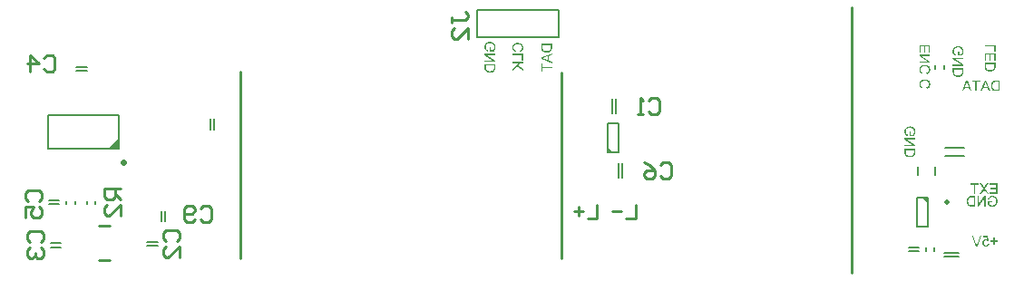
<source format=gbo>
G04 Layer_Color=11599871*
%FSLAX42Y42*%
%MOMM*%
G71*
G01*
G75*
%ADD15C,0.50*%
%ADD37C,0.25*%
%ADD38C,0.20*%
%ADD39C,0.13*%
%ADD65C,0.60*%
G36*
X9500Y2058D02*
X9423D01*
X9500Y2007D01*
Y1994D01*
X9402D01*
Y2006D01*
X9479D01*
X9402Y2057D01*
Y2071D01*
X9500D01*
Y2058D01*
D02*
G37*
G36*
X9457Y2180D02*
X9462Y2179D01*
X9464Y2179D01*
X9466Y2178D01*
X9468Y2178D01*
X9470Y2177D01*
X9472Y2176D01*
X9473Y2176D01*
X9475Y2175D01*
X9476Y2175D01*
X9477Y2175D01*
X9477Y2174D01*
X9478Y2174D01*
X9478D01*
X9482Y2172D01*
X9485Y2169D01*
X9489Y2166D01*
X9491Y2163D01*
X9493Y2160D01*
X9494Y2159D01*
X9495Y2158D01*
X9495Y2157D01*
X9495Y2157D01*
X9495Y2156D01*
X9496Y2156D01*
X9497Y2154D01*
X9498Y2152D01*
X9499Y2147D01*
X9500Y2143D01*
X9501Y2139D01*
X9501Y2137D01*
X9501Y2135D01*
X9502Y2134D01*
Y2132D01*
X9502Y2132D01*
Y2131D01*
Y2130D01*
Y2130D01*
X9502Y2126D01*
X9501Y2122D01*
X9500Y2119D01*
X9500Y2116D01*
X9499Y2114D01*
X9499Y2113D01*
X9499Y2112D01*
X9498Y2111D01*
X9498Y2110D01*
X9498Y2110D01*
X9498Y2110D01*
Y2109D01*
X9496Y2106D01*
X9495Y2102D01*
X9493Y2099D01*
X9491Y2096D01*
X9490Y2094D01*
X9489Y2093D01*
X9488Y2092D01*
X9488Y2091D01*
X9487Y2091D01*
X9487Y2090D01*
X9487Y2090D01*
X9486Y2090D01*
X9450D01*
Y2131D01*
X9462D01*
Y2102D01*
X9480D01*
X9482Y2104D01*
X9483Y2106D01*
X9484Y2108D01*
X9485Y2110D01*
X9486Y2112D01*
X9486Y2113D01*
X9487Y2114D01*
X9487Y2114D01*
X9487Y2114D01*
Y2115D01*
X9488Y2118D01*
X9489Y2121D01*
X9489Y2123D01*
X9490Y2126D01*
X9490Y2128D01*
Y2129D01*
X9490Y2130D01*
Y2130D01*
Y2131D01*
Y2131D01*
Y2131D01*
X9490Y2134D01*
X9489Y2138D01*
X9489Y2141D01*
X9488Y2144D01*
X9487Y2146D01*
X9487Y2147D01*
X9487Y2148D01*
X9486Y2148D01*
X9486Y2149D01*
X9486Y2149D01*
Y2149D01*
X9484Y2152D01*
X9482Y2155D01*
X9480Y2157D01*
X9478Y2159D01*
X9476Y2161D01*
X9474Y2162D01*
X9474Y2162D01*
X9473Y2162D01*
X9473Y2162D01*
X9473D01*
X9469Y2164D01*
X9466Y2165D01*
X9462Y2166D01*
X9459Y2166D01*
X9457Y2166D01*
X9456Y2166D01*
X9454Y2167D01*
X9453D01*
X9452Y2167D01*
X9451D01*
X9447Y2167D01*
X9443Y2166D01*
X9440Y2166D01*
X9437Y2165D01*
X9436Y2165D01*
X9435Y2164D01*
X9434Y2164D01*
X9433Y2164D01*
X9432Y2163D01*
X9432Y2163D01*
X9431Y2163D01*
X9431D01*
X9429Y2162D01*
X9428Y2161D01*
X9426Y2160D01*
X9424Y2159D01*
X9423Y2158D01*
X9422Y2158D01*
X9422Y2157D01*
X9422Y2157D01*
X9420Y2155D01*
X9419Y2154D01*
X9418Y2152D01*
X9416Y2150D01*
X9416Y2149D01*
X9415Y2148D01*
X9415Y2147D01*
X9415Y2146D01*
X9414Y2144D01*
X9413Y2141D01*
X9412Y2139D01*
X9412Y2136D01*
X9412Y2134D01*
Y2133D01*
X9412Y2133D01*
Y2132D01*
Y2132D01*
Y2131D01*
Y2131D01*
X9412Y2128D01*
X9412Y2126D01*
X9413Y2124D01*
X9413Y2122D01*
X9414Y2120D01*
X9414Y2119D01*
X9414Y2118D01*
X9414Y2118D01*
X9415Y2116D01*
X9417Y2114D01*
X9418Y2112D01*
X9419Y2111D01*
X9420Y2110D01*
X9420Y2109D01*
X9421Y2109D01*
X9421Y2108D01*
X9423Y2107D01*
X9425Y2106D01*
X9427Y2105D01*
X9429Y2104D01*
X9430Y2104D01*
X9432Y2103D01*
X9432Y2103D01*
X9433Y2103D01*
X9433Y2103D01*
X9433D01*
X9430Y2091D01*
X9426Y2092D01*
X9423Y2093D01*
X9420Y2095D01*
X9418Y2096D01*
X9416Y2097D01*
X9415Y2098D01*
X9414Y2098D01*
X9414Y2099D01*
X9412Y2101D01*
X9410Y2103D01*
X9408Y2105D01*
X9407Y2107D01*
X9406Y2109D01*
X9405Y2111D01*
X9405Y2111D01*
X9404Y2112D01*
X9404Y2112D01*
Y2112D01*
X9403Y2115D01*
X9402Y2119D01*
X9402Y2122D01*
X9401Y2125D01*
X9401Y2127D01*
Y2129D01*
X9401Y2129D01*
Y2130D01*
Y2131D01*
Y2131D01*
Y2131D01*
Y2134D01*
X9401Y2136D01*
X9402Y2141D01*
X9402Y2144D01*
X9403Y2146D01*
X9403Y2148D01*
X9404Y2150D01*
X9404Y2151D01*
X9405Y2153D01*
X9405Y2154D01*
X9406Y2155D01*
X9406Y2156D01*
X9407Y2156D01*
X9407Y2157D01*
X9407Y2157D01*
X9408Y2159D01*
X9409Y2161D01*
X9412Y2164D01*
X9415Y2167D01*
X9418Y2170D01*
X9421Y2172D01*
X9422Y2172D01*
X9423Y2173D01*
X9424Y2174D01*
X9425Y2174D01*
X9425Y2174D01*
X9425Y2174D01*
X9430Y2176D01*
X9435Y2177D01*
X9439Y2179D01*
X9441Y2179D01*
X9443Y2179D01*
X9445Y2179D01*
X9447Y2180D01*
X9448Y2180D01*
X9449D01*
X9450Y2180D01*
X9452D01*
X9457Y2180D01*
D02*
G37*
G36*
X9500Y1937D02*
X9500Y1934D01*
X9500Y1931D01*
X9499Y1928D01*
X9499Y1926D01*
X9499Y1924D01*
X9499Y1923D01*
X9499Y1922D01*
X9498Y1922D01*
Y1922D01*
Y1921D01*
X9498Y1919D01*
X9497Y1917D01*
X9496Y1915D01*
X9495Y1913D01*
X9495Y1912D01*
X9494Y1911D01*
X9494Y1910D01*
X9494Y1910D01*
X9492Y1908D01*
X9491Y1906D01*
X9489Y1905D01*
X9488Y1904D01*
X9487Y1902D01*
X9486Y1902D01*
X9485Y1901D01*
X9485Y1901D01*
X9482Y1899D01*
X9480Y1898D01*
X9478Y1897D01*
X9475Y1896D01*
X9473Y1895D01*
X9472Y1895D01*
X9471Y1895D01*
X9471Y1894D01*
X9471Y1894D01*
X9471D01*
X9467Y1893D01*
X9464Y1893D01*
X9461Y1892D01*
X9457Y1892D01*
X9455Y1892D01*
X9454D01*
X9453Y1892D01*
X9451D01*
X9446Y1892D01*
X9442Y1892D01*
X9438Y1893D01*
X9436Y1893D01*
X9434Y1894D01*
X9433Y1894D01*
X9431Y1894D01*
X9430Y1895D01*
X9429Y1895D01*
X9429Y1895D01*
X9428Y1895D01*
X9428Y1896D01*
X9428D01*
X9424Y1897D01*
X9421Y1899D01*
X9418Y1901D01*
X9415Y1903D01*
X9413Y1904D01*
X9412Y1906D01*
X9412Y1906D01*
X9411Y1907D01*
X9411Y1907D01*
X9411Y1907D01*
X9409Y1909D01*
X9408Y1912D01*
X9406Y1914D01*
X9405Y1916D01*
X9405Y1918D01*
X9404Y1920D01*
X9404Y1920D01*
Y1921D01*
X9404Y1921D01*
Y1921D01*
X9403Y1924D01*
X9403Y1927D01*
X9403Y1929D01*
X9403Y1932D01*
X9402Y1935D01*
Y1936D01*
Y1937D01*
Y1938D01*
Y1938D01*
Y1939D01*
Y1939D01*
Y1972D01*
X9500D01*
Y1937D01*
D02*
G37*
G36*
X9752Y1760D02*
X9739D01*
X9728Y1790D01*
X9687D01*
X9676Y1760D01*
X9661D01*
X9701Y1858D01*
X9715D01*
X9752Y1760D01*
D02*
G37*
G36*
X9840D02*
X9805D01*
X9802Y1760D01*
X9799Y1760D01*
X9796Y1761D01*
X9794Y1761D01*
X9792Y1761D01*
X9790Y1761D01*
X9790Y1761D01*
X9790Y1762D01*
X9789D01*
X9787Y1762D01*
X9784Y1763D01*
X9782Y1764D01*
X9781Y1765D01*
X9779Y1765D01*
X9778Y1766D01*
X9778Y1766D01*
X9778Y1766D01*
X9776Y1768D01*
X9774Y1769D01*
X9773Y1771D01*
X9771Y1772D01*
X9770Y1773D01*
X9769Y1774D01*
X9769Y1775D01*
X9769Y1775D01*
X9767Y1778D01*
X9766Y1780D01*
X9765Y1782D01*
X9764Y1785D01*
X9763Y1787D01*
X9762Y1788D01*
X9762Y1789D01*
X9762Y1789D01*
X9762Y1789D01*
Y1789D01*
X9761Y1793D01*
X9760Y1796D01*
X9760Y1799D01*
X9760Y1803D01*
X9760Y1805D01*
Y1806D01*
X9759Y1807D01*
Y1808D01*
Y1809D01*
Y1809D01*
Y1809D01*
X9760Y1814D01*
X9760Y1818D01*
X9761Y1822D01*
X9761Y1824D01*
X9761Y1826D01*
X9762Y1827D01*
X9762Y1829D01*
X9762Y1830D01*
X9763Y1831D01*
X9763Y1831D01*
X9763Y1832D01*
X9763Y1832D01*
Y1832D01*
X9765Y1836D01*
X9767Y1839D01*
X9769Y1842D01*
X9771Y1845D01*
X9772Y1847D01*
X9774Y1848D01*
X9774Y1848D01*
X9775Y1849D01*
X9775Y1849D01*
X9775Y1849D01*
X9777Y1851D01*
X9780Y1852D01*
X9782Y1854D01*
X9784Y1855D01*
X9786Y1855D01*
X9788Y1856D01*
X9788Y1856D01*
X9789D01*
X9789Y1856D01*
X9789D01*
X9792Y1857D01*
X9794Y1857D01*
X9797Y1857D01*
X9800Y1857D01*
X9803Y1858D01*
X9840D01*
Y1760D01*
D02*
G37*
G36*
X9190Y2117D02*
X9178D01*
Y2177D01*
X9145D01*
Y2123D01*
X9134D01*
Y2177D01*
X9104D01*
Y2119D01*
X9092D01*
Y2190D01*
X9190D01*
Y2117D01*
D02*
G37*
G36*
X5130Y1977D02*
X5130Y1974D01*
X5130Y1971D01*
X5129Y1968D01*
X5129Y1966D01*
X5129Y1964D01*
X5129Y1963D01*
X5129Y1962D01*
X5128Y1962D01*
Y1962D01*
Y1961D01*
X5128Y1959D01*
X5127Y1957D01*
X5126Y1955D01*
X5125Y1953D01*
X5125Y1952D01*
X5124Y1951D01*
X5124Y1950D01*
X5124Y1950D01*
X5122Y1948D01*
X5121Y1946D01*
X5119Y1945D01*
X5118Y1944D01*
X5117Y1942D01*
X5116Y1942D01*
X5115Y1941D01*
X5115Y1941D01*
X5112Y1939D01*
X5110Y1938D01*
X5108Y1937D01*
X5105Y1936D01*
X5103Y1935D01*
X5102Y1935D01*
X5101Y1935D01*
X5101Y1934D01*
X5101Y1934D01*
X5101D01*
X5097Y1933D01*
X5094Y1933D01*
X5091Y1932D01*
X5087Y1932D01*
X5085Y1932D01*
X5084D01*
X5083Y1932D01*
X5081D01*
X5076Y1932D01*
X5072Y1932D01*
X5068Y1933D01*
X5066Y1933D01*
X5064Y1934D01*
X5063Y1934D01*
X5061Y1934D01*
X5060Y1935D01*
X5059Y1935D01*
X5059Y1935D01*
X5058Y1935D01*
X5058Y1936D01*
X5058D01*
X5054Y1937D01*
X5051Y1939D01*
X5048Y1941D01*
X5045Y1943D01*
X5043Y1944D01*
X5042Y1946D01*
X5042Y1946D01*
X5041Y1947D01*
X5041Y1947D01*
X5041Y1947D01*
X5039Y1949D01*
X5038Y1952D01*
X5036Y1954D01*
X5035Y1956D01*
X5035Y1958D01*
X5034Y1960D01*
X5034Y1960D01*
Y1961D01*
X5034Y1961D01*
Y1961D01*
X5033Y1964D01*
X5033Y1967D01*
X5033Y1969D01*
X5033Y1972D01*
X5032Y1975D01*
Y1976D01*
Y1977D01*
Y1978D01*
Y1978D01*
Y1979D01*
Y1979D01*
Y2012D01*
X5130D01*
Y1977D01*
D02*
G37*
G36*
X9190Y2087D02*
X9113D01*
X9190Y2036D01*
Y2023D01*
X9092D01*
Y2035D01*
X9169D01*
X9092Y2086D01*
Y2099D01*
X9190D01*
Y2087D01*
D02*
G37*
G36*
X9146Y1868D02*
X9151Y1867D01*
X9155Y1867D01*
X9157Y1866D01*
X9159Y1866D01*
X9161Y1865D01*
X9162Y1865D01*
X9163Y1864D01*
X9165Y1864D01*
X9165Y1864D01*
X9166Y1864D01*
X9167Y1863D01*
X9167D01*
X9171Y1861D01*
X9175Y1859D01*
X9178Y1856D01*
X9179Y1855D01*
X9181Y1854D01*
X9182Y1853D01*
X9183Y1852D01*
X9184Y1851D01*
X9184Y1850D01*
X9185Y1849D01*
X9185Y1849D01*
X9185Y1848D01*
X9185Y1848D01*
X9186Y1846D01*
X9187Y1844D01*
X9189Y1840D01*
X9190Y1836D01*
X9191Y1832D01*
X9191Y1830D01*
X9191Y1828D01*
X9192Y1826D01*
Y1825D01*
X9192Y1824D01*
Y1823D01*
Y1823D01*
Y1822D01*
X9192Y1820D01*
X9191Y1817D01*
X9191Y1814D01*
X9190Y1812D01*
X9190Y1810D01*
X9189Y1808D01*
X9188Y1806D01*
X9187Y1804D01*
X9187Y1802D01*
X9186Y1801D01*
X9185Y1800D01*
X9185Y1799D01*
X9184Y1798D01*
X9184Y1797D01*
X9184Y1797D01*
X9183Y1797D01*
X9182Y1795D01*
X9180Y1793D01*
X9178Y1791D01*
X9176Y1790D01*
X9172Y1787D01*
X9168Y1785D01*
X9166Y1785D01*
X9165Y1784D01*
X9163Y1783D01*
X9162Y1783D01*
X9161Y1782D01*
X9160Y1782D01*
X9159Y1782D01*
X9159D01*
X9156Y1795D01*
X9158Y1796D01*
X9160Y1796D01*
X9162Y1797D01*
X9164Y1798D01*
X9166Y1799D01*
X9167Y1799D01*
X9169Y1800D01*
X9170Y1801D01*
X9171Y1802D01*
X9172Y1803D01*
X9173Y1803D01*
X9173Y1804D01*
X9174Y1805D01*
X9174Y1805D01*
X9174Y1805D01*
X9174Y1805D01*
X9176Y1807D01*
X9176Y1808D01*
X9178Y1811D01*
X9179Y1814D01*
X9180Y1817D01*
X9180Y1820D01*
X9181Y1821D01*
Y1822D01*
X9181Y1823D01*
Y1823D01*
Y1823D01*
Y1824D01*
X9181Y1827D01*
X9180Y1830D01*
X9179Y1833D01*
X9178Y1835D01*
X9178Y1837D01*
X9177Y1838D01*
X9177Y1839D01*
X9177Y1839D01*
X9176Y1840D01*
X9176Y1840D01*
Y1840D01*
X9174Y1843D01*
X9172Y1845D01*
X9170Y1847D01*
X9167Y1849D01*
X9165Y1850D01*
X9164Y1851D01*
X9163Y1851D01*
X9163Y1851D01*
X9162Y1852D01*
X9162D01*
X9159Y1853D01*
X9155Y1854D01*
X9151Y1854D01*
X9148Y1855D01*
X9146Y1855D01*
X9145Y1855D01*
X9144D01*
X9143Y1855D01*
X9141D01*
X9137Y1855D01*
X9133Y1855D01*
X9130Y1854D01*
X9128Y1854D01*
X9125Y1853D01*
X9124Y1853D01*
X9123Y1853D01*
X9123Y1852D01*
X9122Y1852D01*
X9122Y1852D01*
X9122D01*
X9119Y1851D01*
X9116Y1849D01*
X9113Y1847D01*
X9111Y1846D01*
X9109Y1844D01*
X9108Y1843D01*
X9108Y1842D01*
X9107Y1842D01*
Y1842D01*
X9105Y1839D01*
X9104Y1835D01*
X9103Y1832D01*
X9102Y1829D01*
X9102Y1827D01*
X9102Y1825D01*
Y1824D01*
X9102Y1824D01*
Y1823D01*
Y1823D01*
Y1823D01*
X9102Y1819D01*
X9102Y1816D01*
X9103Y1813D01*
X9104Y1811D01*
X9105Y1809D01*
X9106Y1808D01*
X9106Y1807D01*
X9107Y1806D01*
X9109Y1804D01*
X9111Y1802D01*
X9114Y1800D01*
X9116Y1799D01*
X9119Y1798D01*
X9120Y1797D01*
X9121Y1797D01*
X9121Y1797D01*
X9122Y1797D01*
X9122Y1796D01*
X9122D01*
X9119Y1784D01*
X9117Y1785D01*
X9114Y1785D01*
X9112Y1787D01*
X9110Y1788D01*
X9108Y1789D01*
X9107Y1790D01*
X9105Y1791D01*
X9104Y1792D01*
X9102Y1793D01*
X9101Y1794D01*
X9100Y1795D01*
X9100Y1796D01*
X9099Y1797D01*
X9099Y1797D01*
X9098Y1798D01*
X9098Y1798D01*
X9097Y1800D01*
X9096Y1802D01*
X9095Y1804D01*
X9094Y1806D01*
X9093Y1810D01*
X9092Y1814D01*
X9091Y1816D01*
X9091Y1817D01*
X9091Y1819D01*
X9091Y1820D01*
X9091Y1821D01*
Y1822D01*
Y1822D01*
Y1822D01*
X9091Y1827D01*
X9092Y1832D01*
X9093Y1835D01*
X9093Y1837D01*
X9094Y1839D01*
X9094Y1841D01*
X9095Y1842D01*
X9095Y1843D01*
X9096Y1844D01*
X9096Y1845D01*
X9096Y1845D01*
X9097Y1846D01*
X9097Y1846D01*
X9099Y1850D01*
X9102Y1853D01*
X9105Y1856D01*
X9108Y1858D01*
X9110Y1860D01*
X9111Y1861D01*
X9112Y1861D01*
X9113Y1862D01*
X9113Y1862D01*
X9114Y1862D01*
X9114Y1863D01*
X9118Y1865D01*
X9123Y1866D01*
X9127Y1867D01*
X9131Y1868D01*
X9133Y1868D01*
X9135Y1868D01*
X9137Y1868D01*
X9138D01*
X9139Y1868D01*
X9141D01*
X9146Y1868D01*
D02*
G37*
G36*
Y2004D02*
X9151Y2004D01*
X9155Y2003D01*
X9157Y2003D01*
X9159Y2002D01*
X9161Y2002D01*
X9162Y2001D01*
X9163Y2001D01*
X9165Y2000D01*
X9165Y2000D01*
X9166Y2000D01*
X9167Y2000D01*
X9167D01*
X9171Y1997D01*
X9175Y1995D01*
X9178Y1993D01*
X9179Y1991D01*
X9181Y1990D01*
X9182Y1989D01*
X9183Y1988D01*
X9184Y1987D01*
X9184Y1986D01*
X9185Y1985D01*
X9185Y1985D01*
X9185Y1985D01*
X9185Y1984D01*
X9186Y1982D01*
X9187Y1981D01*
X9189Y1976D01*
X9190Y1972D01*
X9191Y1968D01*
X9191Y1966D01*
X9191Y1964D01*
X9192Y1963D01*
Y1961D01*
X9192Y1960D01*
Y1960D01*
Y1959D01*
Y1959D01*
X9192Y1956D01*
X9191Y1953D01*
X9191Y1951D01*
X9190Y1948D01*
X9190Y1946D01*
X9189Y1944D01*
X9188Y1942D01*
X9187Y1940D01*
X9187Y1939D01*
X9186Y1937D01*
X9185Y1936D01*
X9185Y1935D01*
X9184Y1934D01*
X9184Y1933D01*
X9184Y1933D01*
X9183Y1933D01*
X9182Y1931D01*
X9180Y1929D01*
X9178Y1928D01*
X9176Y1926D01*
X9172Y1924D01*
X9168Y1922D01*
X9166Y1921D01*
X9165Y1920D01*
X9163Y1920D01*
X9162Y1919D01*
X9161Y1919D01*
X9160Y1918D01*
X9159Y1918D01*
X9159D01*
X9156Y1931D01*
X9158Y1932D01*
X9160Y1933D01*
X9162Y1933D01*
X9164Y1934D01*
X9166Y1935D01*
X9167Y1936D01*
X9169Y1937D01*
X9170Y1938D01*
X9171Y1938D01*
X9172Y1939D01*
X9173Y1940D01*
X9173Y1940D01*
X9174Y1941D01*
X9174Y1941D01*
X9174Y1941D01*
X9174Y1942D01*
X9176Y1943D01*
X9176Y1945D01*
X9178Y1948D01*
X9179Y1951D01*
X9180Y1954D01*
X9180Y1956D01*
X9181Y1957D01*
Y1958D01*
X9181Y1959D01*
Y1960D01*
Y1960D01*
Y1960D01*
X9181Y1963D01*
X9180Y1966D01*
X9179Y1969D01*
X9178Y1972D01*
X9178Y1974D01*
X9177Y1974D01*
X9177Y1975D01*
X9177Y1976D01*
X9176Y1976D01*
X9176Y1976D01*
Y1977D01*
X9174Y1979D01*
X9172Y1982D01*
X9170Y1983D01*
X9167Y1985D01*
X9165Y1986D01*
X9164Y1987D01*
X9163Y1987D01*
X9163Y1988D01*
X9162Y1988D01*
X9162D01*
X9159Y1989D01*
X9155Y1990D01*
X9151Y1991D01*
X9148Y1991D01*
X9146Y1991D01*
X9145Y1991D01*
X9144D01*
X9143Y1991D01*
X9141D01*
X9137Y1991D01*
X9133Y1991D01*
X9130Y1990D01*
X9128Y1990D01*
X9125Y1989D01*
X9124Y1989D01*
X9123Y1989D01*
X9123Y1989D01*
X9122Y1989D01*
X9122Y1988D01*
X9122D01*
X9119Y1987D01*
X9116Y1985D01*
X9113Y1984D01*
X9111Y1982D01*
X9109Y1980D01*
X9108Y1979D01*
X9108Y1978D01*
X9107Y1978D01*
Y1978D01*
X9105Y1975D01*
X9104Y1972D01*
X9103Y1969D01*
X9102Y1966D01*
X9102Y1963D01*
X9102Y1962D01*
Y1961D01*
X9102Y1960D01*
Y1960D01*
Y1959D01*
Y1959D01*
X9102Y1955D01*
X9102Y1952D01*
X9103Y1950D01*
X9104Y1947D01*
X9105Y1945D01*
X9106Y1944D01*
X9106Y1943D01*
X9107Y1943D01*
X9109Y1940D01*
X9111Y1938D01*
X9114Y1937D01*
X9116Y1935D01*
X9119Y1934D01*
X9120Y1934D01*
X9121Y1933D01*
X9121Y1933D01*
X9122Y1933D01*
X9122Y1933D01*
X9122D01*
X9119Y1920D01*
X9117Y1921D01*
X9114Y1922D01*
X9112Y1923D01*
X9110Y1924D01*
X9108Y1925D01*
X9107Y1926D01*
X9105Y1927D01*
X9104Y1929D01*
X9102Y1930D01*
X9101Y1931D01*
X9100Y1932D01*
X9100Y1932D01*
X9099Y1933D01*
X9099Y1934D01*
X9098Y1934D01*
X9098Y1934D01*
X9097Y1936D01*
X9096Y1938D01*
X9095Y1940D01*
X9094Y1942D01*
X9093Y1946D01*
X9092Y1950D01*
X9091Y1952D01*
X9091Y1953D01*
X9091Y1955D01*
X9091Y1956D01*
X9091Y1957D01*
Y1958D01*
Y1959D01*
Y1959D01*
X9091Y1963D01*
X9092Y1968D01*
X9093Y1972D01*
X9093Y1974D01*
X9094Y1975D01*
X9094Y1977D01*
X9095Y1978D01*
X9095Y1979D01*
X9096Y1981D01*
X9096Y1981D01*
X9096Y1982D01*
X9097Y1982D01*
X9097Y1982D01*
X9099Y1986D01*
X9102Y1989D01*
X9105Y1992D01*
X9108Y1995D01*
X9110Y1996D01*
X9111Y1997D01*
X9112Y1998D01*
X9113Y1998D01*
X9113Y1999D01*
X9114Y1999D01*
X9114Y1999D01*
X9118Y2001D01*
X9123Y2002D01*
X9127Y2003D01*
X9131Y2004D01*
X9133Y2004D01*
X9135Y2004D01*
X9137Y2004D01*
X9138D01*
X9139Y2005D01*
X9141D01*
X9146Y2004D01*
D02*
G37*
G36*
X9658Y1846D02*
X9626D01*
Y1760D01*
X9613D01*
Y1846D01*
X9581D01*
Y1858D01*
X9658D01*
Y1846D01*
D02*
G37*
G36*
X9050Y1187D02*
X9050Y1184D01*
X9050Y1181D01*
X9049Y1178D01*
X9049Y1176D01*
X9049Y1174D01*
X9049Y1173D01*
X9049Y1172D01*
X9048Y1172D01*
Y1172D01*
Y1171D01*
X9048Y1169D01*
X9047Y1167D01*
X9046Y1165D01*
X9045Y1163D01*
X9045Y1162D01*
X9044Y1161D01*
X9044Y1160D01*
X9044Y1160D01*
X9042Y1158D01*
X9041Y1156D01*
X9039Y1155D01*
X9038Y1154D01*
X9037Y1152D01*
X9036Y1152D01*
X9035Y1151D01*
X9035Y1151D01*
X9032Y1149D01*
X9030Y1148D01*
X9028Y1147D01*
X9025Y1146D01*
X9023Y1145D01*
X9022Y1145D01*
X9021Y1145D01*
X9021Y1144D01*
X9021Y1144D01*
X9021D01*
X9017Y1143D01*
X9014Y1143D01*
X9011Y1142D01*
X9007Y1142D01*
X9005Y1142D01*
X9004D01*
X9003Y1142D01*
X9001D01*
X8996Y1142D01*
X8992Y1142D01*
X8988Y1143D01*
X8986Y1143D01*
X8984Y1144D01*
X8983Y1144D01*
X8981Y1144D01*
X8980Y1145D01*
X8979Y1145D01*
X8979Y1145D01*
X8978Y1145D01*
X8978Y1146D01*
X8978D01*
X8974Y1147D01*
X8971Y1149D01*
X8968Y1151D01*
X8965Y1153D01*
X8963Y1154D01*
X8962Y1156D01*
X8962Y1156D01*
X8961Y1157D01*
X8961Y1157D01*
X8961Y1157D01*
X8959Y1159D01*
X8958Y1162D01*
X8956Y1164D01*
X8955Y1166D01*
X8955Y1168D01*
X8954Y1170D01*
X8954Y1170D01*
Y1171D01*
X8954Y1171D01*
Y1171D01*
X8953Y1174D01*
X8953Y1177D01*
X8953Y1179D01*
X8953Y1182D01*
X8952Y1185D01*
Y1186D01*
Y1187D01*
Y1188D01*
Y1188D01*
Y1189D01*
Y1189D01*
Y1222D01*
X9050D01*
Y1187D01*
D02*
G37*
G36*
Y1308D02*
X8973D01*
X9050Y1257D01*
Y1244D01*
X8952D01*
Y1256D01*
X9029D01*
X8952Y1307D01*
Y1321D01*
X9050D01*
Y1308D01*
D02*
G37*
G36*
X9800Y2129D02*
X9788D01*
Y2177D01*
X9702D01*
Y2190D01*
X9800D01*
Y2129D01*
D02*
G37*
G36*
Y1988D02*
X9800Y1984D01*
X9800Y1981D01*
X9799Y1979D01*
X9799Y1976D01*
X9799Y1974D01*
X9799Y1973D01*
X9799Y1973D01*
X9798Y1972D01*
Y1972D01*
Y1972D01*
X9798Y1969D01*
X9797Y1967D01*
X9796Y1965D01*
X9795Y1963D01*
X9795Y1962D01*
X9794Y1961D01*
X9794Y1961D01*
X9794Y1960D01*
X9792Y1958D01*
X9791Y1957D01*
X9789Y1955D01*
X9788Y1954D01*
X9787Y1953D01*
X9786Y1952D01*
X9785Y1951D01*
X9785Y1951D01*
X9782Y1950D01*
X9780Y1949D01*
X9778Y1947D01*
X9775Y1947D01*
X9773Y1946D01*
X9772Y1945D01*
X9771Y1945D01*
X9771Y1945D01*
X9771Y1945D01*
X9771D01*
X9767Y1944D01*
X9764Y1943D01*
X9761Y1943D01*
X9757Y1942D01*
X9755Y1942D01*
X9754D01*
X9753Y1942D01*
X9751D01*
X9746Y1942D01*
X9742Y1943D01*
X9738Y1943D01*
X9736Y1944D01*
X9734Y1944D01*
X9733Y1944D01*
X9731Y1945D01*
X9730Y1945D01*
X9729Y1945D01*
X9729Y1946D01*
X9728Y1946D01*
X9728Y1946D01*
X9728D01*
X9724Y1948D01*
X9721Y1949D01*
X9718Y1951D01*
X9715Y1953D01*
X9713Y1955D01*
X9712Y1956D01*
X9712Y1957D01*
X9711Y1957D01*
X9711Y1957D01*
X9711Y1958D01*
X9709Y1960D01*
X9708Y1962D01*
X9706Y1965D01*
X9705Y1967D01*
X9705Y1969D01*
X9704Y1970D01*
X9704Y1971D01*
Y1971D01*
X9704Y1972D01*
Y1972D01*
X9703Y1974D01*
X9703Y1977D01*
X9703Y1980D01*
X9703Y1983D01*
X9702Y1985D01*
Y1986D01*
Y1987D01*
Y1988D01*
Y1989D01*
Y1989D01*
Y1989D01*
Y2023D01*
X9800D01*
Y1988D01*
D02*
G37*
G36*
Y2041D02*
X9788D01*
Y2100D01*
X9755D01*
Y2046D01*
X9744D01*
Y2100D01*
X9714D01*
Y2043D01*
X9702D01*
Y2113D01*
X9800D01*
Y2041D01*
D02*
G37*
G36*
X9740Y356D02*
X9729Y355D01*
X9728Y356D01*
X9727Y357D01*
X9725Y359D01*
X9724Y360D01*
X9723Y360D01*
X9722Y361D01*
X9722Y361D01*
X9722Y361D01*
X9720Y362D01*
X9718Y363D01*
X9716Y363D01*
X9715Y364D01*
X9713Y364D01*
X9712Y364D01*
X9709D01*
X9708Y364D01*
X9705Y363D01*
X9702Y362D01*
X9700Y361D01*
X9698Y360D01*
X9697Y359D01*
X9696Y358D01*
X9696Y358D01*
Y358D01*
X9694Y356D01*
X9693Y353D01*
X9692Y350D01*
X9691Y348D01*
X9690Y346D01*
X9690Y345D01*
Y344D01*
X9690Y343D01*
Y342D01*
Y342D01*
Y342D01*
Y340D01*
X9690Y338D01*
X9691Y335D01*
X9692Y332D01*
X9693Y329D01*
X9694Y327D01*
X9695Y326D01*
X9696Y325D01*
X9696Y325D01*
X9696Y325D01*
X9696Y325D01*
X9697Y324D01*
X9698Y323D01*
X9701Y321D01*
X9703Y320D01*
X9706Y319D01*
X9708Y318D01*
X9709Y318D01*
X9710Y318D01*
X9711D01*
X9714Y318D01*
X9716Y319D01*
X9718Y320D01*
X9720Y320D01*
X9721Y321D01*
X9722Y322D01*
X9723Y323D01*
X9723Y323D01*
X9725Y325D01*
X9726Y327D01*
X9728Y329D01*
X9728Y331D01*
X9729Y333D01*
X9729Y335D01*
X9729Y336D01*
X9730Y336D01*
Y336D01*
Y337D01*
X9742Y336D01*
X9742Y333D01*
X9741Y331D01*
X9740Y327D01*
X9739Y324D01*
X9738Y322D01*
X9737Y321D01*
X9736Y320D01*
X9735Y319D01*
X9735Y318D01*
X9734Y317D01*
X9733Y316D01*
X9733Y316D01*
X9733Y316D01*
X9733Y316D01*
X9731Y314D01*
X9729Y313D01*
X9728Y312D01*
X9726Y311D01*
X9722Y310D01*
X9719Y309D01*
X9717Y309D01*
X9716Y309D01*
X9714Y309D01*
X9713Y308D01*
X9712Y308D01*
X9711D01*
X9708Y308D01*
X9705Y309D01*
X9702Y309D01*
X9700Y310D01*
X9698Y311D01*
X9696Y312D01*
X9694Y313D01*
X9692Y314D01*
X9690Y315D01*
X9689Y316D01*
X9688Y317D01*
X9687Y318D01*
X9686Y319D01*
X9686Y320D01*
X9685Y320D01*
X9685Y320D01*
X9684Y322D01*
X9683Y324D01*
X9682Y326D01*
X9681Y328D01*
X9679Y332D01*
X9678Y335D01*
X9678Y337D01*
X9678Y338D01*
X9678Y340D01*
X9678Y341D01*
X9677Y342D01*
Y342D01*
Y343D01*
Y343D01*
X9678Y346D01*
X9678Y348D01*
X9678Y350D01*
X9679Y352D01*
X9680Y354D01*
X9680Y356D01*
X9681Y358D01*
X9682Y360D01*
X9683Y361D01*
X9684Y362D01*
X9684Y363D01*
X9685Y364D01*
X9686Y365D01*
X9686Y365D01*
X9686Y366D01*
X9686Y366D01*
X9688Y367D01*
X9690Y369D01*
X9692Y370D01*
X9693Y371D01*
X9695Y372D01*
X9697Y373D01*
X9700Y374D01*
X9702Y374D01*
X9703Y374D01*
X9705Y374D01*
X9706Y375D01*
X9707Y375D01*
X9710D01*
X9711Y374D01*
X9715Y374D01*
X9718Y373D01*
X9721Y372D01*
X9723Y370D01*
X9724Y370D01*
X9725Y369D01*
X9726Y369D01*
X9726Y369D01*
X9726Y369D01*
X9726Y369D01*
X9721Y395D01*
X9682D01*
Y406D01*
X9731D01*
X9740Y356D01*
D02*
G37*
G36*
X9578Y1760D02*
X9564D01*
X9554Y1790D01*
X9513D01*
X9502Y1760D01*
X9487D01*
X9527Y1858D01*
X9541D01*
X9578Y1760D01*
D02*
G37*
G36*
X9793Y364D02*
X9820D01*
Y353D01*
X9793D01*
Y326D01*
X9782D01*
Y353D01*
X9756D01*
Y364D01*
X9782D01*
Y390D01*
X9793D01*
Y364D01*
D02*
G37*
G36*
X9007Y1430D02*
X9012Y1429D01*
X9014Y1429D01*
X9016Y1428D01*
X9018Y1428D01*
X9020Y1427D01*
X9022Y1426D01*
X9023Y1426D01*
X9025Y1425D01*
X9026Y1425D01*
X9027Y1425D01*
X9027Y1424D01*
X9028Y1424D01*
X9028D01*
X9032Y1422D01*
X9035Y1419D01*
X9039Y1416D01*
X9041Y1413D01*
X9043Y1410D01*
X9044Y1409D01*
X9045Y1408D01*
X9045Y1407D01*
X9045Y1407D01*
X9045Y1406D01*
X9046Y1406D01*
X9047Y1404D01*
X9048Y1402D01*
X9049Y1397D01*
X9050Y1393D01*
X9051Y1389D01*
X9051Y1387D01*
X9051Y1385D01*
X9052Y1384D01*
Y1382D01*
X9052Y1382D01*
Y1381D01*
Y1380D01*
Y1380D01*
X9052Y1376D01*
X9051Y1372D01*
X9050Y1369D01*
X9050Y1366D01*
X9049Y1364D01*
X9049Y1363D01*
X9049Y1362D01*
X9048Y1361D01*
X9048Y1360D01*
X9048Y1360D01*
X9048Y1360D01*
Y1359D01*
X9046Y1356D01*
X9045Y1352D01*
X9043Y1349D01*
X9041Y1346D01*
X9040Y1344D01*
X9039Y1343D01*
X9038Y1342D01*
X9038Y1341D01*
X9037Y1341D01*
X9037Y1340D01*
X9037Y1340D01*
X9036Y1340D01*
X9000D01*
Y1381D01*
X9012D01*
Y1352D01*
X9030D01*
X9032Y1354D01*
X9033Y1356D01*
X9034Y1358D01*
X9035Y1360D01*
X9036Y1362D01*
X9036Y1363D01*
X9037Y1364D01*
X9037Y1364D01*
X9037Y1364D01*
Y1365D01*
X9038Y1368D01*
X9039Y1371D01*
X9039Y1373D01*
X9040Y1376D01*
X9040Y1378D01*
Y1379D01*
X9040Y1380D01*
Y1380D01*
Y1381D01*
Y1381D01*
Y1381D01*
X9040Y1384D01*
X9039Y1388D01*
X9039Y1391D01*
X9038Y1394D01*
X9037Y1396D01*
X9037Y1397D01*
X9037Y1398D01*
X9036Y1398D01*
X9036Y1399D01*
X9036Y1399D01*
Y1399D01*
X9034Y1402D01*
X9032Y1405D01*
X9030Y1407D01*
X9028Y1409D01*
X9026Y1411D01*
X9024Y1412D01*
X9024Y1412D01*
X9023Y1412D01*
X9023Y1412D01*
X9023D01*
X9019Y1414D01*
X9016Y1415D01*
X9012Y1416D01*
X9009Y1416D01*
X9007Y1416D01*
X9006Y1416D01*
X9004Y1417D01*
X9003D01*
X9002Y1417D01*
X9001D01*
X8997Y1417D01*
X8993Y1416D01*
X8990Y1416D01*
X8987Y1415D01*
X8986Y1415D01*
X8985Y1414D01*
X8984Y1414D01*
X8983Y1414D01*
X8982Y1413D01*
X8982Y1413D01*
X8981Y1413D01*
X8981D01*
X8979Y1412D01*
X8978Y1411D01*
X8976Y1410D01*
X8974Y1409D01*
X8973Y1408D01*
X8972Y1408D01*
X8972Y1407D01*
X8972Y1407D01*
X8970Y1405D01*
X8969Y1404D01*
X8968Y1402D01*
X8966Y1400D01*
X8966Y1399D01*
X8965Y1398D01*
X8965Y1397D01*
X8965Y1396D01*
X8964Y1394D01*
X8963Y1391D01*
X8962Y1389D01*
X8962Y1386D01*
X8962Y1384D01*
Y1383D01*
X8962Y1383D01*
Y1382D01*
Y1382D01*
Y1381D01*
Y1381D01*
X8962Y1378D01*
X8962Y1376D01*
X8963Y1374D01*
X8963Y1372D01*
X8964Y1370D01*
X8964Y1369D01*
X8964Y1368D01*
X8964Y1368D01*
X8965Y1366D01*
X8967Y1364D01*
X8968Y1362D01*
X8969Y1361D01*
X8970Y1360D01*
X8970Y1359D01*
X8971Y1359D01*
X8971Y1358D01*
X8973Y1357D01*
X8975Y1356D01*
X8977Y1355D01*
X8979Y1354D01*
X8980Y1354D01*
X8982Y1353D01*
X8982Y1353D01*
X8983Y1353D01*
X8983Y1353D01*
X8983D01*
X8980Y1341D01*
X8976Y1342D01*
X8973Y1343D01*
X8970Y1345D01*
X8968Y1346D01*
X8966Y1347D01*
X8965Y1348D01*
X8964Y1348D01*
X8964Y1349D01*
X8962Y1351D01*
X8960Y1353D01*
X8958Y1355D01*
X8957Y1357D01*
X8956Y1359D01*
X8955Y1361D01*
X8955Y1361D01*
X8954Y1362D01*
X8954Y1362D01*
Y1362D01*
X8953Y1365D01*
X8952Y1369D01*
X8952Y1372D01*
X8951Y1375D01*
X8951Y1377D01*
Y1379D01*
X8951Y1379D01*
Y1380D01*
Y1381D01*
Y1381D01*
Y1381D01*
Y1384D01*
X8951Y1386D01*
X8952Y1391D01*
X8952Y1394D01*
X8953Y1396D01*
X8953Y1398D01*
X8954Y1400D01*
X8954Y1401D01*
X8955Y1403D01*
X8955Y1404D01*
X8956Y1405D01*
X8956Y1406D01*
X8957Y1406D01*
X8957Y1407D01*
X8957Y1407D01*
X8958Y1409D01*
X8959Y1411D01*
X8962Y1414D01*
X8965Y1417D01*
X8968Y1420D01*
X8971Y1422D01*
X8972Y1422D01*
X8973Y1423D01*
X8974Y1424D01*
X8975Y1424D01*
X8975Y1424D01*
X8975Y1424D01*
X8980Y1426D01*
X8985Y1427D01*
X8989Y1429D01*
X8991Y1429D01*
X8993Y1429D01*
X8995Y1429D01*
X8997Y1430D01*
X8998Y1430D01*
X8999D01*
X9000Y1430D01*
X9002D01*
X9007Y1430D01*
D02*
G37*
G36*
X9634Y310D02*
X9620D01*
X9582Y408D01*
X9595D01*
X9622Y337D01*
X9623Y334D01*
X9624Y331D01*
X9625Y328D01*
X9625Y326D01*
X9626Y324D01*
X9627Y322D01*
X9627Y322D01*
X9627Y321D01*
X9627Y321D01*
Y321D01*
X9629Y326D01*
X9630Y329D01*
X9630Y331D01*
X9631Y334D01*
X9631Y334D01*
X9632Y335D01*
X9632Y336D01*
X9632Y336D01*
X9632Y337D01*
Y337D01*
X9657Y408D01*
X9672D01*
X9634Y310D01*
D02*
G37*
G36*
X9612Y682D02*
X9577D01*
X9574Y682D01*
X9571Y682D01*
X9568Y682D01*
X9566Y683D01*
X9564Y683D01*
X9563Y683D01*
X9562Y683D01*
X9562Y683D01*
X9561D01*
X9559Y684D01*
X9557Y685D01*
X9555Y685D01*
X9553Y686D01*
X9552Y687D01*
X9551Y688D01*
X9550Y688D01*
X9550Y688D01*
X9548Y689D01*
X9546Y691D01*
X9545Y692D01*
X9544Y694D01*
X9542Y695D01*
X9542Y696D01*
X9541Y697D01*
X9541Y697D01*
X9539Y699D01*
X9538Y702D01*
X9537Y704D01*
X9536Y706D01*
X9535Y708D01*
X9535Y710D01*
X9535Y710D01*
X9534Y711D01*
X9534Y711D01*
Y711D01*
X9533Y715D01*
X9533Y718D01*
X9532Y721D01*
X9532Y724D01*
X9532Y727D01*
Y728D01*
X9532Y729D01*
Y730D01*
Y730D01*
Y731D01*
Y731D01*
X9532Y736D01*
X9532Y740D01*
X9533Y744D01*
X9533Y746D01*
X9534Y747D01*
X9534Y749D01*
X9534Y750D01*
X9535Y751D01*
X9535Y752D01*
X9535Y753D01*
X9535Y754D01*
X9536Y754D01*
Y754D01*
X9537Y758D01*
X9539Y761D01*
X9541Y764D01*
X9543Y766D01*
X9544Y768D01*
X9546Y770D01*
X9546Y770D01*
X9547Y771D01*
X9547Y771D01*
X9547Y771D01*
X9549Y773D01*
X9552Y774D01*
X9554Y775D01*
X9556Y776D01*
X9558Y777D01*
X9560Y777D01*
X9560Y778D01*
X9561D01*
X9561Y778D01*
X9561D01*
X9564Y778D01*
X9567Y779D01*
X9569Y779D01*
X9572Y779D01*
X9575Y779D01*
X9612D01*
Y682D01*
D02*
G37*
G36*
X9776Y781D02*
X9781Y780D01*
X9784Y780D01*
X9786Y779D01*
X9788Y779D01*
X9790Y778D01*
X9791Y777D01*
X9793Y777D01*
X9794Y776D01*
X9795Y776D01*
X9796Y775D01*
X9796Y775D01*
X9797Y775D01*
X9797Y775D01*
X9799Y774D01*
X9801Y772D01*
X9804Y769D01*
X9807Y766D01*
X9810Y763D01*
X9812Y761D01*
X9812Y760D01*
X9813Y758D01*
X9814Y758D01*
X9814Y757D01*
X9814Y757D01*
X9814Y756D01*
X9816Y752D01*
X9817Y747D01*
X9819Y743D01*
X9819Y740D01*
X9819Y739D01*
X9819Y737D01*
X9820Y735D01*
X9820Y734D01*
Y732D01*
X9820Y731D01*
Y731D01*
Y730D01*
Y730D01*
X9820Y725D01*
X9819Y720D01*
X9819Y717D01*
X9818Y715D01*
X9818Y713D01*
X9817Y711D01*
X9816Y710D01*
X9816Y708D01*
X9815Y707D01*
X9815Y706D01*
X9815Y705D01*
X9814Y704D01*
X9814Y704D01*
Y704D01*
X9812Y700D01*
X9809Y696D01*
X9806Y693D01*
X9803Y691D01*
X9800Y689D01*
X9799Y688D01*
X9798Y687D01*
X9797Y687D01*
X9797Y686D01*
X9796Y686D01*
X9796Y686D01*
X9794Y685D01*
X9792Y684D01*
X9787Y683D01*
X9783Y682D01*
X9779Y681D01*
X9777Y681D01*
X9775Y680D01*
X9774Y680D01*
X9772D01*
X9772Y680D01*
X9770D01*
X9766Y680D01*
X9762Y681D01*
X9759Y681D01*
X9756Y682D01*
X9754Y682D01*
X9753Y683D01*
X9752Y683D01*
X9751Y683D01*
X9750Y684D01*
X9750Y684D01*
X9750Y684D01*
X9749D01*
X9746Y685D01*
X9742Y687D01*
X9739Y689D01*
X9736Y691D01*
X9734Y692D01*
X9733Y693D01*
X9732Y693D01*
X9731Y694D01*
X9731Y695D01*
X9730Y695D01*
X9730Y695D01*
X9730Y695D01*
Y731D01*
X9771D01*
Y720D01*
X9742D01*
Y702D01*
X9744Y700D01*
X9746Y699D01*
X9748Y698D01*
X9750Y697D01*
X9752Y696D01*
X9753Y695D01*
X9754Y695D01*
X9754Y695D01*
X9754Y695D01*
X9755D01*
X9758Y694D01*
X9761Y693D01*
X9763Y692D01*
X9766Y692D01*
X9768Y692D01*
X9769D01*
X9770Y692D01*
X9771D01*
X9774Y692D01*
X9778Y692D01*
X9781Y693D01*
X9784Y694D01*
X9786Y695D01*
X9787Y695D01*
X9788Y695D01*
X9788Y695D01*
X9789Y696D01*
X9789Y696D01*
X9789D01*
X9792Y698D01*
X9795Y700D01*
X9797Y702D01*
X9799Y704D01*
X9801Y706D01*
X9802Y707D01*
X9802Y708D01*
X9802Y708D01*
X9802Y709D01*
Y709D01*
X9804Y712D01*
X9805Y716D01*
X9806Y720D01*
X9806Y723D01*
X9806Y725D01*
X9806Y726D01*
X9807Y728D01*
Y729D01*
X9807Y729D01*
Y730D01*
Y731D01*
Y731D01*
X9807Y735D01*
X9806Y738D01*
X9806Y742D01*
X9805Y745D01*
X9805Y746D01*
X9804Y747D01*
X9804Y748D01*
X9804Y749D01*
X9803Y749D01*
X9803Y750D01*
X9803Y750D01*
Y750D01*
X9802Y752D01*
X9801Y754D01*
X9800Y756D01*
X9799Y757D01*
X9798Y758D01*
X9798Y759D01*
X9797Y760D01*
X9797Y760D01*
X9795Y762D01*
X9794Y763D01*
X9792Y764D01*
X9790Y765D01*
X9789Y766D01*
X9788Y767D01*
X9787Y767D01*
X9786Y767D01*
X9784Y768D01*
X9781Y769D01*
X9779Y769D01*
X9776Y770D01*
X9774Y770D01*
X9773D01*
X9773Y770D01*
X9771D01*
X9768Y770D01*
X9766Y770D01*
X9764Y769D01*
X9762Y769D01*
X9760Y768D01*
X9759Y768D01*
X9758Y767D01*
X9758Y767D01*
X9756Y766D01*
X9754Y765D01*
X9752Y764D01*
X9751Y763D01*
X9750Y762D01*
X9749Y761D01*
X9749Y761D01*
X9748Y760D01*
X9747Y759D01*
X9746Y757D01*
X9745Y755D01*
X9744Y753D01*
X9744Y751D01*
X9743Y750D01*
X9743Y749D01*
X9743Y749D01*
X9743Y749D01*
Y749D01*
X9731Y752D01*
X9732Y755D01*
X9733Y759D01*
X9735Y761D01*
X9736Y764D01*
X9737Y765D01*
X9738Y767D01*
X9738Y768D01*
X9739Y768D01*
X9741Y770D01*
X9743Y772D01*
X9745Y774D01*
X9747Y775D01*
X9749Y776D01*
X9751Y777D01*
X9751Y777D01*
X9752Y777D01*
X9752Y777D01*
X9752D01*
X9755Y779D01*
X9759Y779D01*
X9762Y780D01*
X9765Y781D01*
X9767Y781D01*
X9769D01*
X9769Y781D01*
X9774D01*
X9776Y781D01*
D02*
G37*
G36*
X9711Y682D02*
X9698D01*
Y758D01*
X9647Y682D01*
X9634D01*
Y779D01*
X9646D01*
Y703D01*
X9697Y779D01*
X9711D01*
Y682D01*
D02*
G37*
G36*
X5390Y2020D02*
X5356D01*
X5341Y2004D01*
X5390Y1969D01*
Y1952D01*
X5332Y1995D01*
X5292Y1954D01*
Y1971D01*
X5341Y2020D01*
X5292D01*
Y2033D01*
X5390D01*
Y2020D01*
D02*
G37*
G36*
Y2047D02*
X5378D01*
Y2095D01*
X5292D01*
Y2108D01*
X5390D01*
Y2047D01*
D02*
G37*
G36*
X5346Y2210D02*
X5351Y2209D01*
X5355Y2208D01*
X5357Y2208D01*
X5359Y2207D01*
X5361Y2207D01*
X5362Y2206D01*
X5363Y2206D01*
X5365Y2206D01*
X5365Y2205D01*
X5366Y2205D01*
X5367Y2205D01*
X5367D01*
X5371Y2203D01*
X5375Y2200D01*
X5378Y2198D01*
X5379Y2197D01*
X5381Y2195D01*
X5382Y2194D01*
X5383Y2193D01*
X5384Y2192D01*
X5384Y2191D01*
X5385Y2191D01*
X5385Y2190D01*
X5385Y2190D01*
X5385Y2190D01*
X5386Y2188D01*
X5387Y2186D01*
X5389Y2182D01*
X5390Y2177D01*
X5391Y2173D01*
X5391Y2171D01*
X5391Y2170D01*
X5392Y2168D01*
Y2167D01*
X5392Y2166D01*
Y2165D01*
Y2164D01*
Y2164D01*
X5392Y2161D01*
X5391Y2159D01*
X5391Y2156D01*
X5390Y2154D01*
X5390Y2151D01*
X5389Y2149D01*
X5388Y2147D01*
X5387Y2146D01*
X5387Y2144D01*
X5386Y2142D01*
X5385Y2141D01*
X5385Y2140D01*
X5384Y2140D01*
X5384Y2139D01*
X5384Y2139D01*
X5383Y2138D01*
X5382Y2136D01*
X5380Y2135D01*
X5378Y2133D01*
X5376Y2132D01*
X5372Y2129D01*
X5368Y2127D01*
X5366Y2126D01*
X5365Y2126D01*
X5363Y2125D01*
X5362Y2125D01*
X5361Y2124D01*
X5360Y2124D01*
X5359Y2124D01*
X5359D01*
X5356Y2137D01*
X5358Y2137D01*
X5360Y2138D01*
X5362Y2139D01*
X5364Y2139D01*
X5366Y2140D01*
X5367Y2141D01*
X5369Y2142D01*
X5370Y2143D01*
X5371Y2144D01*
X5372Y2144D01*
X5373Y2145D01*
X5373Y2146D01*
X5374Y2146D01*
X5374Y2147D01*
X5374Y2147D01*
X5374Y2147D01*
X5376Y2148D01*
X5376Y2150D01*
X5378Y2153D01*
X5379Y2156D01*
X5380Y2159D01*
X5380Y2162D01*
X5381Y2162D01*
Y2163D01*
X5381Y2164D01*
Y2165D01*
Y2165D01*
Y2165D01*
X5381Y2169D01*
X5380Y2172D01*
X5379Y2174D01*
X5378Y2177D01*
X5378Y2179D01*
X5377Y2180D01*
X5377Y2181D01*
X5377Y2181D01*
X5376Y2182D01*
X5376Y2182D01*
Y2182D01*
X5374Y2185D01*
X5372Y2187D01*
X5370Y2189D01*
X5367Y2190D01*
X5365Y2192D01*
X5364Y2193D01*
X5363Y2193D01*
X5363Y2193D01*
X5362Y2193D01*
X5362D01*
X5359Y2194D01*
X5355Y2195D01*
X5351Y2196D01*
X5348Y2196D01*
X5346Y2196D01*
X5345Y2197D01*
X5344D01*
X5343Y2197D01*
X5341D01*
X5337Y2197D01*
X5333Y2196D01*
X5330Y2196D01*
X5328Y2195D01*
X5325Y2195D01*
X5324Y2194D01*
X5323Y2194D01*
X5323Y2194D01*
X5322Y2194D01*
X5322Y2194D01*
X5322D01*
X5319Y2192D01*
X5316Y2191D01*
X5313Y2189D01*
X5311Y2187D01*
X5309Y2186D01*
X5308Y2184D01*
X5308Y2183D01*
X5307Y2183D01*
Y2183D01*
X5305Y2180D01*
X5304Y2177D01*
X5303Y2174D01*
X5302Y2171D01*
X5302Y2168D01*
X5302Y2167D01*
Y2166D01*
X5302Y2165D01*
Y2165D01*
Y2164D01*
Y2164D01*
X5302Y2161D01*
X5302Y2158D01*
X5303Y2155D01*
X5304Y2152D01*
X5305Y2151D01*
X5306Y2149D01*
X5306Y2148D01*
X5307Y2148D01*
X5309Y2146D01*
X5311Y2144D01*
X5314Y2142D01*
X5316Y2141D01*
X5319Y2140D01*
X5320Y2139D01*
X5321Y2139D01*
X5321Y2139D01*
X5322Y2138D01*
X5322Y2138D01*
X5322D01*
X5319Y2125D01*
X5317Y2126D01*
X5314Y2127D01*
X5312Y2128D01*
X5310Y2129D01*
X5308Y2130D01*
X5307Y2132D01*
X5305Y2133D01*
X5304Y2134D01*
X5302Y2135D01*
X5301Y2136D01*
X5300Y2137D01*
X5300Y2138D01*
X5299Y2138D01*
X5299Y2139D01*
X5298Y2139D01*
X5298Y2139D01*
X5297Y2141D01*
X5296Y2143D01*
X5295Y2145D01*
X5294Y2147D01*
X5293Y2152D01*
X5292Y2155D01*
X5291Y2157D01*
X5291Y2159D01*
X5291Y2160D01*
X5291Y2162D01*
X5291Y2163D01*
Y2163D01*
Y2164D01*
Y2164D01*
X5291Y2169D01*
X5292Y2173D01*
X5293Y2177D01*
X5293Y2179D01*
X5294Y2181D01*
X5294Y2182D01*
X5295Y2184D01*
X5295Y2185D01*
X5296Y2186D01*
X5296Y2187D01*
X5296Y2187D01*
X5297Y2188D01*
X5297Y2188D01*
X5299Y2192D01*
X5302Y2195D01*
X5305Y2198D01*
X5308Y2200D01*
X5310Y2202D01*
X5311Y2203D01*
X5312Y2203D01*
X5313Y2204D01*
X5313Y2204D01*
X5314Y2204D01*
X5314Y2204D01*
X5318Y2206D01*
X5323Y2208D01*
X5327Y2209D01*
X5331Y2209D01*
X5333Y2210D01*
X5335Y2210D01*
X5337Y2210D01*
X5338D01*
X5339Y2210D01*
X5341D01*
X5346Y2210D01*
D02*
G37*
G36*
X9171Y709D02*
X9115Y765D01*
X9171D01*
Y709D01*
D02*
G37*
G36*
X6235Y1185D02*
X6179D01*
Y1241D01*
X6235Y1185D01*
D02*
G37*
G36*
X1620Y1225D02*
X1520D01*
X1620Y1325D01*
Y1225D01*
D02*
G37*
G36*
X9646Y886D02*
X9613D01*
Y800D01*
X9601D01*
Y886D01*
X9568D01*
Y898D01*
X9646D01*
Y886D01*
D02*
G37*
G36*
X9820Y800D02*
X9747D01*
Y812D01*
X9807D01*
Y845D01*
X9753D01*
Y857D01*
X9807D01*
Y886D01*
X9749D01*
Y898D01*
X9820D01*
Y800D01*
D02*
G37*
G36*
X9702Y851D02*
X9739Y800D01*
X9724D01*
X9699Y834D01*
X9698Y835D01*
X9698Y836D01*
X9696Y838D01*
X9696Y839D01*
X9695Y840D01*
X9695Y841D01*
X9694Y841D01*
X9693Y839D01*
X9692Y837D01*
X9691Y836D01*
X9691Y836D01*
X9691Y835D01*
X9690Y835D01*
X9666Y800D01*
X9650D01*
X9686Y852D01*
X9653Y898D01*
X9667D01*
X9686Y872D01*
X9688Y870D01*
X9689Y868D01*
X9691Y866D01*
X9692Y864D01*
X9693Y863D01*
X9693Y862D01*
X9694Y861D01*
X9694Y861D01*
X9695Y863D01*
X9696Y865D01*
X9697Y867D01*
X9699Y869D01*
X9700Y870D01*
X9701Y872D01*
X9701Y872D01*
X9701Y873D01*
X9702Y873D01*
Y873D01*
X9719Y898D01*
X9735D01*
X9702Y851D01*
D02*
G37*
G36*
X5574Y1986D02*
X5660D01*
Y1973D01*
X5574D01*
Y1941D01*
X5562D01*
Y2018D01*
X5574D01*
Y1986D01*
D02*
G37*
G36*
X5660Y2165D02*
X5660Y2162D01*
X5660Y2159D01*
X5659Y2156D01*
X5659Y2154D01*
X5659Y2152D01*
X5659Y2150D01*
X5659Y2150D01*
X5658Y2150D01*
Y2149D01*
Y2149D01*
X5658Y2147D01*
X5657Y2144D01*
X5656Y2142D01*
X5655Y2141D01*
X5655Y2139D01*
X5654Y2138D01*
X5654Y2138D01*
X5654Y2138D01*
X5652Y2136D01*
X5651Y2134D01*
X5649Y2133D01*
X5648Y2131D01*
X5647Y2130D01*
X5646Y2129D01*
X5645Y2129D01*
X5645Y2129D01*
X5642Y2127D01*
X5640Y2126D01*
X5638Y2125D01*
X5635Y2124D01*
X5633Y2123D01*
X5632Y2122D01*
X5631Y2122D01*
X5631Y2122D01*
X5631Y2122D01*
X5631D01*
X5627Y2121D01*
X5624Y2120D01*
X5621Y2120D01*
X5617Y2120D01*
X5615Y2120D01*
X5614D01*
X5613Y2119D01*
X5611D01*
X5606Y2120D01*
X5602Y2120D01*
X5598Y2121D01*
X5596Y2121D01*
X5594Y2121D01*
X5593Y2122D01*
X5591Y2122D01*
X5590Y2122D01*
X5589Y2123D01*
X5589Y2123D01*
X5588Y2123D01*
X5588Y2123D01*
X5588D01*
X5584Y2125D01*
X5581Y2127D01*
X5578Y2129D01*
X5575Y2131D01*
X5573Y2132D01*
X5572Y2134D01*
X5572Y2134D01*
X5571Y2135D01*
X5571Y2135D01*
X5571Y2135D01*
X5569Y2137D01*
X5568Y2140D01*
X5566Y2142D01*
X5565Y2144D01*
X5565Y2146D01*
X5564Y2148D01*
X5564Y2148D01*
Y2149D01*
X5564Y2149D01*
Y2149D01*
X5563Y2152D01*
X5563Y2154D01*
X5563Y2157D01*
X5563Y2160D01*
X5562Y2163D01*
Y2164D01*
Y2165D01*
Y2165D01*
Y2166D01*
Y2166D01*
Y2166D01*
Y2200D01*
X5660D01*
Y2165D01*
D02*
G37*
G36*
Y2099D02*
X5630Y2088D01*
Y2047D01*
X5660Y2036D01*
Y2021D01*
X5562Y2061D01*
Y2075D01*
X5660Y2112D01*
Y2099D01*
D02*
G37*
G36*
X5087Y2220D02*
X5092Y2219D01*
X5094Y2219D01*
X5096Y2218D01*
X5098Y2218D01*
X5100Y2217D01*
X5102Y2216D01*
X5103Y2216D01*
X5105Y2215D01*
X5106Y2215D01*
X5107Y2215D01*
X5107Y2214D01*
X5108Y2214D01*
X5108D01*
X5112Y2212D01*
X5115Y2209D01*
X5119Y2206D01*
X5121Y2203D01*
X5123Y2200D01*
X5124Y2199D01*
X5125Y2198D01*
X5125Y2197D01*
X5125Y2197D01*
X5125Y2196D01*
X5126Y2196D01*
X5127Y2194D01*
X5128Y2192D01*
X5129Y2187D01*
X5130Y2183D01*
X5131Y2179D01*
X5131Y2177D01*
X5131Y2175D01*
X5132Y2174D01*
Y2172D01*
X5132Y2172D01*
Y2171D01*
Y2170D01*
Y2170D01*
X5132Y2166D01*
X5131Y2162D01*
X5130Y2159D01*
X5130Y2156D01*
X5129Y2154D01*
X5129Y2153D01*
X5129Y2152D01*
X5128Y2151D01*
X5128Y2150D01*
X5128Y2150D01*
X5128Y2150D01*
Y2149D01*
X5126Y2146D01*
X5125Y2142D01*
X5123Y2139D01*
X5121Y2136D01*
X5120Y2134D01*
X5119Y2133D01*
X5118Y2132D01*
X5118Y2131D01*
X5117Y2131D01*
X5117Y2130D01*
X5117Y2130D01*
X5116Y2130D01*
X5080D01*
Y2171D01*
X5092D01*
Y2142D01*
X5110D01*
X5112Y2144D01*
X5113Y2146D01*
X5114Y2148D01*
X5115Y2150D01*
X5116Y2152D01*
X5116Y2153D01*
X5117Y2154D01*
X5117Y2154D01*
X5117Y2154D01*
Y2155D01*
X5118Y2158D01*
X5119Y2161D01*
X5119Y2163D01*
X5120Y2166D01*
X5120Y2168D01*
Y2169D01*
X5120Y2170D01*
Y2170D01*
Y2171D01*
Y2171D01*
Y2171D01*
X5120Y2174D01*
X5119Y2178D01*
X5119Y2181D01*
X5118Y2184D01*
X5117Y2186D01*
X5117Y2187D01*
X5117Y2188D01*
X5116Y2188D01*
X5116Y2189D01*
X5116Y2189D01*
Y2189D01*
X5114Y2192D01*
X5112Y2195D01*
X5110Y2197D01*
X5108Y2199D01*
X5106Y2201D01*
X5104Y2202D01*
X5104Y2202D01*
X5103Y2202D01*
X5103Y2202D01*
X5103D01*
X5099Y2204D01*
X5096Y2205D01*
X5092Y2206D01*
X5089Y2206D01*
X5087Y2206D01*
X5086Y2206D01*
X5084Y2207D01*
X5083D01*
X5082Y2207D01*
X5081D01*
X5077Y2207D01*
X5073Y2206D01*
X5070Y2206D01*
X5067Y2205D01*
X5066Y2205D01*
X5065Y2204D01*
X5064Y2204D01*
X5063Y2204D01*
X5062Y2203D01*
X5062Y2203D01*
X5061Y2203D01*
X5061D01*
X5059Y2202D01*
X5058Y2201D01*
X5056Y2200D01*
X5054Y2199D01*
X5053Y2198D01*
X5052Y2198D01*
X5052Y2197D01*
X5052Y2197D01*
X5050Y2195D01*
X5049Y2194D01*
X5048Y2192D01*
X5046Y2190D01*
X5046Y2189D01*
X5045Y2188D01*
X5045Y2187D01*
X5045Y2186D01*
X5044Y2184D01*
X5043Y2181D01*
X5042Y2179D01*
X5042Y2176D01*
X5042Y2174D01*
Y2173D01*
X5042Y2173D01*
Y2172D01*
Y2172D01*
Y2171D01*
Y2171D01*
X5042Y2168D01*
X5042Y2166D01*
X5043Y2164D01*
X5043Y2162D01*
X5044Y2160D01*
X5044Y2159D01*
X5044Y2158D01*
X5044Y2158D01*
X5045Y2156D01*
X5047Y2154D01*
X5048Y2152D01*
X5049Y2151D01*
X5050Y2150D01*
X5050Y2149D01*
X5051Y2149D01*
X5051Y2148D01*
X5053Y2147D01*
X5055Y2146D01*
X5057Y2145D01*
X5059Y2144D01*
X5060Y2144D01*
X5062Y2143D01*
X5062Y2143D01*
X5063Y2143D01*
X5063Y2143D01*
X5063D01*
X5060Y2131D01*
X5056Y2132D01*
X5053Y2133D01*
X5050Y2135D01*
X5048Y2136D01*
X5046Y2137D01*
X5045Y2138D01*
X5044Y2138D01*
X5044Y2139D01*
X5042Y2141D01*
X5040Y2143D01*
X5038Y2145D01*
X5037Y2147D01*
X5036Y2149D01*
X5035Y2151D01*
X5035Y2151D01*
X5034Y2152D01*
X5034Y2152D01*
Y2152D01*
X5033Y2155D01*
X5032Y2159D01*
X5032Y2162D01*
X5031Y2165D01*
X5031Y2167D01*
Y2169D01*
X5031Y2169D01*
Y2170D01*
Y2171D01*
Y2171D01*
Y2171D01*
Y2174D01*
X5031Y2176D01*
X5032Y2181D01*
X5032Y2184D01*
X5033Y2186D01*
X5033Y2188D01*
X5034Y2190D01*
X5034Y2191D01*
X5035Y2193D01*
X5035Y2194D01*
X5036Y2195D01*
X5036Y2196D01*
X5037Y2196D01*
X5037Y2197D01*
X5037Y2197D01*
X5038Y2199D01*
X5039Y2201D01*
X5042Y2204D01*
X5045Y2207D01*
X5048Y2210D01*
X5051Y2212D01*
X5052Y2212D01*
X5053Y2213D01*
X5054Y2214D01*
X5055Y2214D01*
X5055Y2214D01*
X5055Y2214D01*
X5060Y2216D01*
X5065Y2217D01*
X5069Y2219D01*
X5071Y2219D01*
X5073Y2219D01*
X5075Y2219D01*
X5077Y2220D01*
X5078Y2220D01*
X5079D01*
X5080Y2220D01*
X5082D01*
X5087Y2220D01*
D02*
G37*
G36*
X5130Y2098D02*
X5053D01*
X5130Y2047D01*
Y2034D01*
X5032D01*
Y2046D01*
X5109D01*
X5032Y2097D01*
Y2111D01*
X5130D01*
Y2098D01*
D02*
G37*
%LPC*%
G36*
X9488Y1959D02*
X9414D01*
Y1939D01*
Y1937D01*
X9414Y1935D01*
Y1933D01*
X9414Y1931D01*
X9415Y1929D01*
X9415Y1926D01*
X9415Y1924D01*
X9416Y1923D01*
X9416Y1922D01*
X9416Y1922D01*
X9417Y1920D01*
X9419Y1917D01*
X9421Y1915D01*
X9423Y1913D01*
X9424Y1912D01*
X9426Y1911D01*
X9426Y1910D01*
X9427Y1910D01*
X9427Y1910D01*
X9427D01*
X9429Y1909D01*
X9431Y1908D01*
X9434Y1907D01*
X9438Y1906D01*
X9442Y1905D01*
X9444Y1905D01*
X9445Y1905D01*
X9447Y1905D01*
X9448D01*
X9449Y1905D01*
X9451D01*
X9454Y1905D01*
X9458Y1905D01*
X9461Y1906D01*
X9464Y1906D01*
X9465Y1906D01*
X9466Y1907D01*
X9467Y1907D01*
X9468Y1907D01*
X9469Y1907D01*
X9469Y1907D01*
X9469Y1908D01*
X9469D01*
X9472Y1908D01*
X9474Y1910D01*
X9477Y1911D01*
X9478Y1912D01*
X9480Y1913D01*
X9481Y1914D01*
X9481Y1914D01*
X9482Y1915D01*
X9483Y1916D01*
X9484Y1917D01*
X9485Y1919D01*
X9485Y1920D01*
X9486Y1921D01*
X9486Y1922D01*
X9487Y1923D01*
X9487Y1923D01*
X9487Y1926D01*
X9488Y1928D01*
X9488Y1931D01*
X9488Y1933D01*
X9488Y1935D01*
X9488Y1936D01*
Y1937D01*
Y1938D01*
Y1938D01*
Y1938D01*
Y1939D01*
Y1959D01*
D02*
G37*
G36*
X9708Y1847D02*
X9707Y1844D01*
X9706Y1841D01*
X9705Y1837D01*
X9704Y1834D01*
X9703Y1833D01*
X9703Y1831D01*
X9703Y1830D01*
X9702Y1829D01*
X9702Y1828D01*
X9702Y1828D01*
X9701Y1827D01*
Y1827D01*
X9691Y1800D01*
X9724D01*
X9714Y1829D01*
X9712Y1832D01*
X9711Y1836D01*
X9710Y1839D01*
X9710Y1841D01*
X9709Y1844D01*
X9709Y1845D01*
X9709Y1846D01*
X9708Y1846D01*
Y1847D01*
X9708Y1847D01*
Y1847D01*
D02*
G37*
G36*
X9827Y1846D02*
X9804D01*
X9803Y1846D01*
X9801D01*
X9799Y1846D01*
X9796Y1845D01*
X9794Y1845D01*
X9792Y1845D01*
X9791Y1844D01*
X9790Y1844D01*
X9790Y1844D01*
X9787Y1843D01*
X9785Y1841D01*
X9783Y1839D01*
X9781Y1837D01*
X9780Y1836D01*
X9779Y1834D01*
X9778Y1834D01*
X9778Y1833D01*
X9778Y1833D01*
Y1833D01*
X9777Y1831D01*
X9776Y1829D01*
X9775Y1826D01*
X9774Y1822D01*
X9773Y1818D01*
X9773Y1816D01*
X9773Y1815D01*
X9773Y1813D01*
Y1812D01*
X9773Y1811D01*
Y1810D01*
Y1810D01*
Y1809D01*
X9773Y1806D01*
X9773Y1802D01*
X9773Y1799D01*
X9774Y1796D01*
X9774Y1795D01*
X9774Y1794D01*
X9775Y1793D01*
X9775Y1792D01*
X9775Y1791D01*
X9775Y1791D01*
X9775Y1791D01*
Y1791D01*
X9776Y1788D01*
X9777Y1786D01*
X9779Y1783D01*
X9780Y1782D01*
X9781Y1780D01*
X9782Y1779D01*
X9782Y1779D01*
X9782Y1778D01*
X9784Y1777D01*
X9785Y1776D01*
X9787Y1775D01*
X9788Y1775D01*
X9789Y1774D01*
X9790Y1774D01*
X9791Y1773D01*
X9791Y1773D01*
X9793Y1773D01*
X9796Y1772D01*
X9798Y1772D01*
X9801Y1772D01*
X9803Y1772D01*
X9804Y1772D01*
X9827D01*
Y1846D01*
D02*
G37*
G36*
X5118Y1999D02*
X5044D01*
Y1979D01*
Y1977D01*
X5044Y1975D01*
Y1973D01*
X5044Y1971D01*
X5045Y1969D01*
X5045Y1966D01*
X5045Y1964D01*
X5046Y1963D01*
X5046Y1962D01*
X5046Y1962D01*
X5047Y1960D01*
X5049Y1957D01*
X5051Y1955D01*
X5053Y1953D01*
X5054Y1952D01*
X5056Y1951D01*
X5056Y1950D01*
X5057Y1950D01*
X5057Y1950D01*
X5057D01*
X5059Y1949D01*
X5061Y1948D01*
X5064Y1947D01*
X5068Y1946D01*
X5072Y1945D01*
X5074Y1945D01*
X5075Y1945D01*
X5077Y1945D01*
X5078D01*
X5079Y1945D01*
X5081D01*
X5084Y1945D01*
X5088Y1945D01*
X5091Y1946D01*
X5094Y1946D01*
X5095Y1946D01*
X5096Y1947D01*
X5097Y1947D01*
X5098Y1947D01*
X5099Y1947D01*
X5099Y1947D01*
X5099Y1948D01*
X5099D01*
X5102Y1948D01*
X5104Y1950D01*
X5107Y1951D01*
X5108Y1952D01*
X5110Y1953D01*
X5111Y1954D01*
X5111Y1954D01*
X5112Y1955D01*
X5113Y1956D01*
X5114Y1957D01*
X5115Y1959D01*
X5115Y1960D01*
X5116Y1961D01*
X5116Y1962D01*
X5117Y1963D01*
X5117Y1963D01*
X5117Y1966D01*
X5118Y1968D01*
X5118Y1971D01*
X5118Y1973D01*
X5118Y1975D01*
X5118Y1976D01*
Y1977D01*
Y1978D01*
Y1978D01*
Y1978D01*
Y1979D01*
Y1999D01*
D02*
G37*
G36*
X9038Y1209D02*
X8964D01*
Y1189D01*
Y1187D01*
X8964Y1185D01*
Y1183D01*
X8964Y1181D01*
X8965Y1179D01*
X8965Y1176D01*
X8965Y1174D01*
X8966Y1173D01*
X8966Y1172D01*
X8966Y1172D01*
X8967Y1170D01*
X8969Y1167D01*
X8971Y1165D01*
X8973Y1163D01*
X8974Y1162D01*
X8976Y1161D01*
X8976Y1160D01*
X8977Y1160D01*
X8977Y1160D01*
X8977D01*
X8979Y1159D01*
X8981Y1158D01*
X8984Y1157D01*
X8988Y1156D01*
X8992Y1155D01*
X8994Y1155D01*
X8995Y1155D01*
X8997Y1155D01*
X8998D01*
X8999Y1155D01*
X9001D01*
X9004Y1155D01*
X9008Y1155D01*
X9011Y1156D01*
X9014Y1156D01*
X9015Y1156D01*
X9016Y1157D01*
X9017Y1157D01*
X9018Y1157D01*
X9019Y1157D01*
X9019Y1157D01*
X9019Y1158D01*
X9019D01*
X9022Y1158D01*
X9024Y1160D01*
X9027Y1161D01*
X9028Y1162D01*
X9030Y1163D01*
X9031Y1164D01*
X9031Y1164D01*
X9032Y1165D01*
X9033Y1166D01*
X9034Y1167D01*
X9035Y1169D01*
X9035Y1170D01*
X9036Y1171D01*
X9036Y1172D01*
X9037Y1173D01*
X9037Y1173D01*
X9037Y1176D01*
X9038Y1178D01*
X9038Y1181D01*
X9038Y1183D01*
X9038Y1185D01*
X9038Y1186D01*
Y1187D01*
Y1188D01*
Y1188D01*
Y1188D01*
Y1189D01*
Y1209D01*
D02*
G37*
G36*
X9788Y2010D02*
X9714D01*
Y1989D01*
Y1987D01*
X9714Y1985D01*
Y1983D01*
X9714Y1982D01*
X9715Y1979D01*
X9715Y1977D01*
X9715Y1975D01*
X9716Y1974D01*
X9716Y1973D01*
X9716Y1973D01*
X9717Y1970D01*
X9719Y1968D01*
X9721Y1966D01*
X9723Y1964D01*
X9724Y1962D01*
X9726Y1961D01*
X9726Y1961D01*
X9727Y1961D01*
X9727Y1960D01*
X9727D01*
X9729Y1960D01*
X9731Y1959D01*
X9734Y1957D01*
X9738Y1957D01*
X9742Y1956D01*
X9744Y1956D01*
X9745Y1956D01*
X9747Y1955D01*
X9748D01*
X9749Y1955D01*
X9751D01*
X9754Y1955D01*
X9758Y1956D01*
X9761Y1956D01*
X9764Y1957D01*
X9765Y1957D01*
X9766Y1957D01*
X9767Y1957D01*
X9768Y1958D01*
X9769Y1958D01*
X9769Y1958D01*
X9769Y1958D01*
X9769D01*
X9772Y1959D01*
X9774Y1960D01*
X9777Y1961D01*
X9778Y1962D01*
X9780Y1963D01*
X9781Y1964D01*
X9781Y1965D01*
X9782Y1965D01*
X9783Y1966D01*
X9784Y1968D01*
X9785Y1969D01*
X9785Y1971D01*
X9786Y1972D01*
X9786Y1973D01*
X9787Y1974D01*
X9787Y1974D01*
X9787Y1976D01*
X9788Y1979D01*
X9788Y1981D01*
X9788Y1983D01*
X9788Y1986D01*
X9788Y1987D01*
Y1987D01*
Y1988D01*
Y1989D01*
Y1989D01*
Y1989D01*
Y2010D01*
D02*
G37*
G36*
X9534Y1847D02*
X9533Y1844D01*
X9532Y1841D01*
X9531Y1837D01*
X9530Y1834D01*
X9529Y1833D01*
X9529Y1831D01*
X9528Y1830D01*
X9528Y1829D01*
X9528Y1828D01*
X9527Y1828D01*
X9527Y1827D01*
Y1827D01*
X9517Y1800D01*
X9550D01*
X9539Y1829D01*
X9538Y1832D01*
X9537Y1836D01*
X9536Y1839D01*
X9536Y1841D01*
X9535Y1844D01*
X9535Y1845D01*
X9535Y1846D01*
X9534Y1846D01*
Y1847D01*
X9534Y1847D01*
Y1847D01*
D02*
G37*
G36*
X9599Y768D02*
X9577D01*
X9575Y768D01*
X9573D01*
X9571Y767D01*
X9569Y767D01*
X9566Y767D01*
X9564Y766D01*
X9563Y766D01*
X9562Y766D01*
X9562Y766D01*
X9560Y764D01*
X9557Y763D01*
X9555Y761D01*
X9553Y759D01*
X9552Y757D01*
X9551Y756D01*
X9550Y755D01*
X9550Y755D01*
X9550Y755D01*
Y755D01*
X9549Y753D01*
X9548Y751D01*
X9547Y748D01*
X9546Y744D01*
X9545Y740D01*
X9545Y738D01*
X9545Y736D01*
X9545Y735D01*
Y734D01*
X9545Y733D01*
Y732D01*
Y731D01*
Y731D01*
X9545Y727D01*
X9545Y724D01*
X9546Y720D01*
X9546Y717D01*
X9546Y716D01*
X9547Y715D01*
X9547Y714D01*
X9547Y714D01*
X9547Y713D01*
X9547Y713D01*
X9548Y712D01*
Y712D01*
X9548Y710D01*
X9550Y707D01*
X9551Y705D01*
X9552Y703D01*
X9553Y702D01*
X9554Y701D01*
X9554Y700D01*
X9555Y700D01*
X9556Y699D01*
X9557Y698D01*
X9559Y697D01*
X9560Y696D01*
X9561Y696D01*
X9562Y695D01*
X9563Y695D01*
X9563Y695D01*
X9566Y694D01*
X9568Y694D01*
X9571Y694D01*
X9573Y694D01*
X9575Y693D01*
X9576Y693D01*
X9599D01*
Y768D01*
D02*
G37*
G36*
X5648Y2187D02*
X5574D01*
Y2167D01*
Y2164D01*
X5574Y2163D01*
Y2161D01*
X5574Y2159D01*
X5575Y2156D01*
X5575Y2154D01*
X5575Y2152D01*
X5576Y2151D01*
X5576Y2150D01*
X5576Y2150D01*
X5577Y2147D01*
X5579Y2145D01*
X5581Y2143D01*
X5583Y2141D01*
X5584Y2140D01*
X5586Y2139D01*
X5586Y2138D01*
X5587Y2138D01*
X5587Y2138D01*
X5587D01*
X5589Y2137D01*
X5591Y2136D01*
X5594Y2135D01*
X5598Y2134D01*
X5602Y2133D01*
X5604Y2133D01*
X5605Y2133D01*
X5607Y2133D01*
X5608D01*
X5609Y2133D01*
X5611D01*
X5614Y2133D01*
X5618Y2133D01*
X5621Y2133D01*
X5624Y2134D01*
X5625Y2134D01*
X5626Y2134D01*
X5627Y2135D01*
X5628Y2135D01*
X5629Y2135D01*
X5629Y2135D01*
X5629Y2135D01*
X5629D01*
X5632Y2136D01*
X5634Y2137D01*
X5637Y2139D01*
X5638Y2140D01*
X5640Y2141D01*
X5641Y2142D01*
X5641Y2142D01*
X5642Y2142D01*
X5643Y2144D01*
X5644Y2145D01*
X5645Y2147D01*
X5645Y2148D01*
X5646Y2149D01*
X5646Y2150D01*
X5647Y2151D01*
X5647Y2151D01*
X5647Y2153D01*
X5648Y2156D01*
X5648Y2158D01*
X5648Y2161D01*
X5648Y2163D01*
X5648Y2164D01*
Y2165D01*
Y2165D01*
Y2166D01*
Y2166D01*
Y2166D01*
Y2187D01*
D02*
G37*
G36*
X5620Y2084D02*
X5591Y2074D01*
X5588Y2072D01*
X5584Y2071D01*
X5581Y2070D01*
X5579Y2070D01*
X5576Y2069D01*
X5575Y2069D01*
X5574Y2069D01*
X5574Y2068D01*
X5573D01*
X5573Y2068D01*
X5573D01*
X5576Y2067D01*
X5579Y2066D01*
X5583Y2065D01*
X5586Y2064D01*
X5587Y2063D01*
X5589Y2063D01*
X5590Y2063D01*
X5591Y2062D01*
X5592Y2062D01*
X5592Y2062D01*
X5593Y2061D01*
X5593D01*
X5620Y2051D01*
Y2084D01*
D02*
G37*
%LPD*%
D15*
X9347Y726D02*
X9347Y725D01*
X9347Y725D01*
X9347Y725D01*
X9347Y726D01*
D37*
X5750Y200D02*
Y1930D01*
X2750Y200D02*
X2750Y1940D01*
X1430Y180D02*
X1530D01*
X1430Y505D02*
X1530D01*
X8460Y61D02*
X8460Y2541D01*
X2378Y667D02*
X2404Y692D01*
X2455D01*
X2480Y667D01*
Y565D01*
X2455Y540D01*
X2404D01*
X2378Y565D01*
X2328D02*
X2302Y540D01*
X2251D01*
X2226Y565D01*
Y667D01*
X2251Y692D01*
X2302D01*
X2328Y667D01*
Y642D01*
X2302Y616D01*
X2226D01*
X6668Y1067D02*
X6694Y1092D01*
X6745D01*
X6770Y1067D01*
Y965D01*
X6745Y940D01*
X6694D01*
X6668Y965D01*
X6516Y1092D02*
X6567Y1067D01*
X6618Y1016D01*
Y965D01*
X6592Y940D01*
X6541D01*
X6516Y965D01*
Y991D01*
X6541Y1016D01*
X6618D01*
X6558Y1667D02*
X6584Y1692D01*
X6635D01*
X6660Y1667D01*
Y1565D01*
X6635Y1540D01*
X6584D01*
X6558Y1565D01*
X6508Y1540D02*
X6457D01*
X6482D01*
Y1692D01*
X6508Y1667D01*
X1630Y850D02*
X1478D01*
Y774D01*
X1503Y748D01*
X1554D01*
X1579Y774D01*
Y850D01*
Y799D02*
X1630Y748D01*
Y596D02*
Y698D01*
X1528Y596D01*
X1503D01*
X1478Y621D01*
Y672D01*
X1503Y698D01*
X6440Y700D02*
Y570D01*
X6353D01*
X6310Y635D02*
X6223D01*
X6080Y700D02*
Y570D01*
X5993D01*
X5950Y635D02*
X5863D01*
X5907Y678D02*
Y592D01*
X773Y728D02*
X748Y754D01*
Y805D01*
X773Y830D01*
X875D01*
X900Y805D01*
Y754D01*
X875Y728D01*
X748Y576D02*
Y678D01*
X824D01*
X798Y627D01*
Y601D01*
X824Y576D01*
X875D01*
X900Y601D01*
Y652D01*
X875Y678D01*
X918Y2067D02*
X944Y2092D01*
X995D01*
X1020Y2067D01*
Y1965D01*
X995Y1940D01*
X944D01*
X918Y1965D01*
X791Y1940D02*
Y2092D01*
X868Y2016D01*
X766D01*
X783Y348D02*
X758Y374D01*
Y425D01*
X783Y450D01*
X885D01*
X910Y425D01*
Y374D01*
X885Y348D01*
X783Y298D02*
X758Y272D01*
Y221D01*
X783Y196D01*
X808D01*
X834Y221D01*
Y247D01*
Y221D01*
X859Y196D01*
X885D01*
X910Y221D01*
Y272D01*
X885Y298D01*
X2053Y358D02*
X2028Y384D01*
Y435D01*
X2053Y460D01*
X2155D01*
X2180Y435D01*
Y384D01*
X2155Y358D01*
X2180Y206D02*
Y308D01*
X2078Y206D01*
X2053D01*
X2028Y231D01*
Y282D01*
X2053Y308D01*
X4728Y2399D02*
Y2450D01*
Y2424D01*
X4855D01*
X4880Y2450D01*
Y2475D01*
X4855Y2500D01*
X4880Y2247D02*
Y2348D01*
X4778Y2247D01*
X4753D01*
X4728Y2272D01*
Y2323D01*
X4753Y2348D01*
D38*
X5727Y2263D02*
Y2517D01*
X4965D02*
X5727D01*
X4965Y2263D02*
Y2517D01*
Y2263D02*
X5727D01*
X9080Y975D02*
Y1055D01*
X9240Y975D02*
Y1055D01*
D39*
X2508Y1402D02*
Y1498D01*
X2472Y1402D02*
Y1498D01*
X2048Y542D02*
Y638D01*
X2012Y542D02*
Y638D01*
X1222Y1988D02*
X1318D01*
X1222Y1952D02*
X1318D01*
X1211Y705D02*
Y735D01*
X1129Y705D02*
Y735D01*
X962Y738D02*
X1058D01*
X962Y702D02*
X1058D01*
X1401Y705D02*
Y735D01*
X1319Y705D02*
Y735D01*
X1882Y312D02*
X1978D01*
X1882Y348D02*
X1978D01*
X982Y338D02*
X1078D01*
X982Y302D02*
X1078D01*
X6225Y1555D02*
Y1685D01*
X6255Y1555D02*
Y1685D01*
X6315Y955D02*
Y1085D01*
X6285Y955D02*
Y1085D01*
X960Y1225D02*
Y1535D01*
X1620D01*
X960Y1225D02*
X1620D01*
Y1535D01*
X6179Y1185D02*
X6281D01*
X6179Y1455D02*
X6179Y1185D01*
X6281D02*
Y1455D01*
X6179D02*
X6281D01*
X9321Y1970D02*
Y2000D01*
X9239Y1970D02*
Y2000D01*
X8992Y298D02*
X9088D01*
X8992Y262D02*
X9088D01*
X9332Y1150D02*
X9508D01*
X9332Y1230D02*
X9508D01*
X9149Y265D02*
Y295D01*
X9231Y265D02*
Y295D01*
X9171Y765D02*
X9171Y495D01*
X9069D02*
X9171D01*
X9069D02*
X9069Y765D01*
X9171D01*
X9325Y215D02*
X9455D01*
X9325Y245D02*
X9455D01*
D65*
X1661Y1095D02*
X1660Y1095D01*
X1660Y1095D01*
X1660Y1096D01*
X1661Y1095D01*
M02*

</source>
